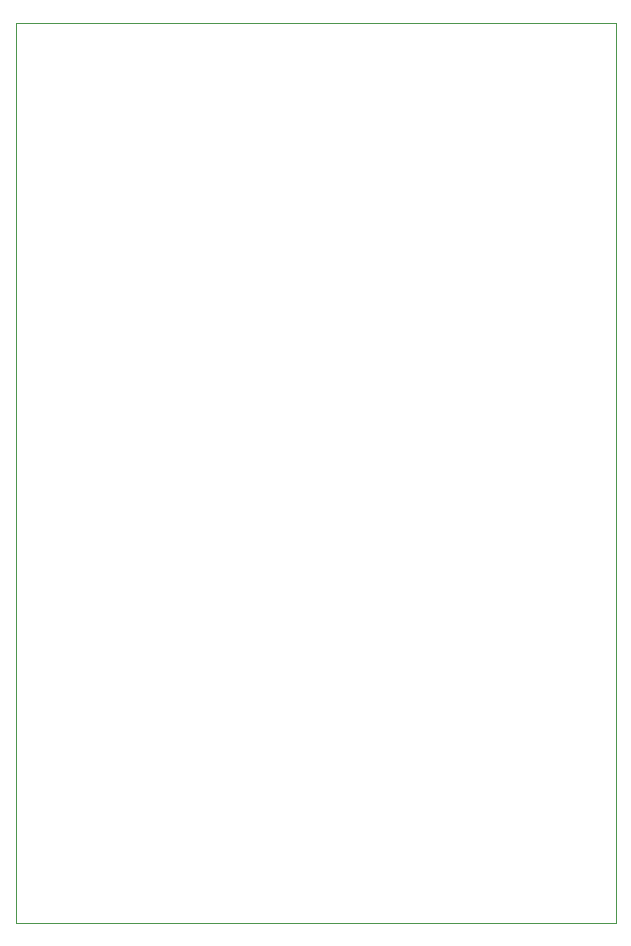
<source format=gbr>
G04 #@! TF.GenerationSoftware,KiCad,Pcbnew,5.1.5-52549c5~84~ubuntu18.04.1*
G04 #@! TF.CreationDate,2020-03-18T19:12:43-04:00*
G04 #@! TF.ProjectId,OBG-SVF-mainpcb,4f42472d-5356-4462-9d6d-61696e706362,rev?*
G04 #@! TF.SameCoordinates,Original*
G04 #@! TF.FileFunction,Profile,NP*
%FSLAX46Y46*%
G04 Gerber Fmt 4.6, Leading zero omitted, Abs format (unit mm)*
G04 Created by KiCad (PCBNEW 5.1.5-52549c5~84~ubuntu18.04.1) date 2020-03-18 19:12:43*
%MOMM*%
%LPD*%
G04 APERTURE LIST*
%ADD10C,0.100000*%
G04 APERTURE END LIST*
D10*
X167640000Y-34290000D02*
X116840000Y-34290000D01*
X167640000Y-110490000D02*
X167640000Y-34290000D01*
X116840000Y-110490000D02*
X167640000Y-110490000D01*
X116840000Y-34290000D02*
X116840000Y-110490000D01*
M02*

</source>
